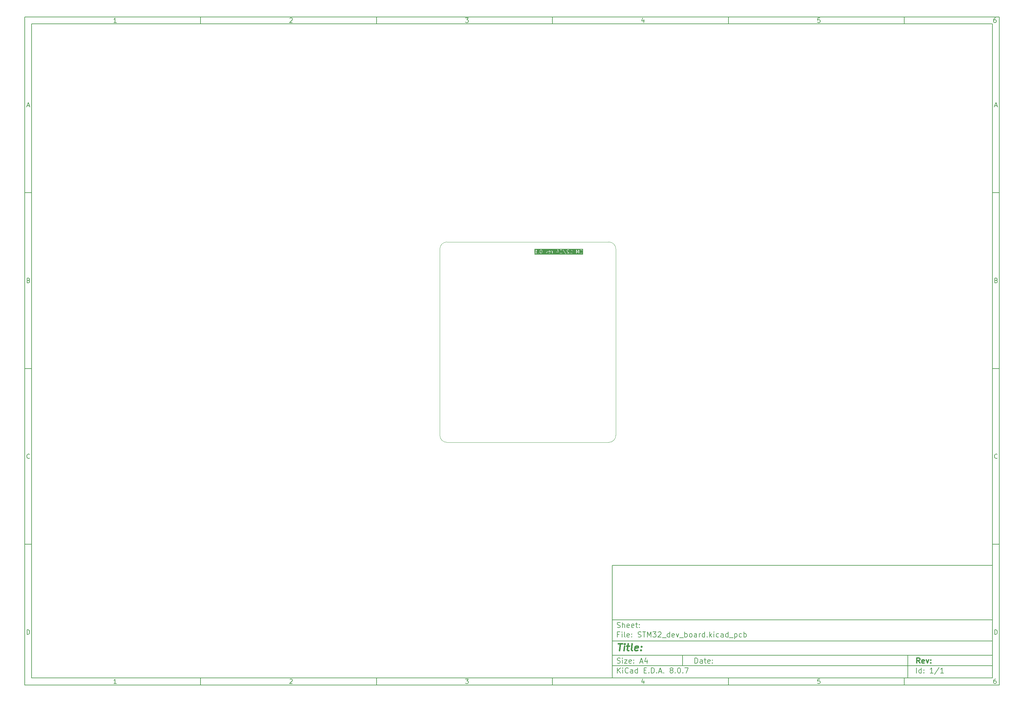
<source format=gbr>
%TF.GenerationSoftware,KiCad,Pcbnew,8.0.7*%
%TF.CreationDate,2025-02-16T19:40:28+01:00*%
%TF.ProjectId,STM32_dev_board,53544d33-325f-4646-9576-5f626f617264,rev?*%
%TF.SameCoordinates,Original*%
%TF.FileFunction,Legend,Bot*%
%TF.FilePolarity,Positive*%
%FSLAX46Y46*%
G04 Gerber Fmt 4.6, Leading zero omitted, Abs format (unit mm)*
G04 Created by KiCad (PCBNEW 8.0.7) date 2025-02-16 19:40:28*
%MOMM*%
%LPD*%
G01*
G04 APERTURE LIST*
%ADD10C,0.100000*%
%ADD11C,0.150000*%
%ADD12C,0.300000*%
%ADD13C,0.400000*%
%TA.AperFunction,Profile*%
%ADD14C,0.050000*%
%TD*%
G04 APERTURE END LIST*
D10*
D11*
X177002200Y-166007200D02*
X285002200Y-166007200D01*
X285002200Y-198007200D01*
X177002200Y-198007200D01*
X177002200Y-166007200D01*
D10*
D11*
X10000000Y-10000000D02*
X287002200Y-10000000D01*
X287002200Y-200007200D01*
X10000000Y-200007200D01*
X10000000Y-10000000D01*
D10*
D11*
X12000000Y-12000000D02*
X285002200Y-12000000D01*
X285002200Y-198007200D01*
X12000000Y-198007200D01*
X12000000Y-12000000D01*
D10*
D11*
X60000000Y-12000000D02*
X60000000Y-10000000D01*
D10*
D11*
X110000000Y-12000000D02*
X110000000Y-10000000D01*
D10*
D11*
X160000000Y-12000000D02*
X160000000Y-10000000D01*
D10*
D11*
X210000000Y-12000000D02*
X210000000Y-10000000D01*
D10*
D11*
X260000000Y-12000000D02*
X260000000Y-10000000D01*
D10*
D11*
X36089160Y-11593604D02*
X35346303Y-11593604D01*
X35717731Y-11593604D02*
X35717731Y-10293604D01*
X35717731Y-10293604D02*
X35593922Y-10479319D01*
X35593922Y-10479319D02*
X35470112Y-10603128D01*
X35470112Y-10603128D02*
X35346303Y-10665033D01*
D10*
D11*
X85346303Y-10417414D02*
X85408207Y-10355509D01*
X85408207Y-10355509D02*
X85532017Y-10293604D01*
X85532017Y-10293604D02*
X85841541Y-10293604D01*
X85841541Y-10293604D02*
X85965350Y-10355509D01*
X85965350Y-10355509D02*
X86027255Y-10417414D01*
X86027255Y-10417414D02*
X86089160Y-10541223D01*
X86089160Y-10541223D02*
X86089160Y-10665033D01*
X86089160Y-10665033D02*
X86027255Y-10850747D01*
X86027255Y-10850747D02*
X85284398Y-11593604D01*
X85284398Y-11593604D02*
X86089160Y-11593604D01*
D10*
D11*
X135284398Y-10293604D02*
X136089160Y-10293604D01*
X136089160Y-10293604D02*
X135655826Y-10788842D01*
X135655826Y-10788842D02*
X135841541Y-10788842D01*
X135841541Y-10788842D02*
X135965350Y-10850747D01*
X135965350Y-10850747D02*
X136027255Y-10912652D01*
X136027255Y-10912652D02*
X136089160Y-11036461D01*
X136089160Y-11036461D02*
X136089160Y-11345985D01*
X136089160Y-11345985D02*
X136027255Y-11469795D01*
X136027255Y-11469795D02*
X135965350Y-11531700D01*
X135965350Y-11531700D02*
X135841541Y-11593604D01*
X135841541Y-11593604D02*
X135470112Y-11593604D01*
X135470112Y-11593604D02*
X135346303Y-11531700D01*
X135346303Y-11531700D02*
X135284398Y-11469795D01*
D10*
D11*
X185965350Y-10726938D02*
X185965350Y-11593604D01*
X185655826Y-10231700D02*
X185346303Y-11160271D01*
X185346303Y-11160271D02*
X186151064Y-11160271D01*
D10*
D11*
X236027255Y-10293604D02*
X235408207Y-10293604D01*
X235408207Y-10293604D02*
X235346303Y-10912652D01*
X235346303Y-10912652D02*
X235408207Y-10850747D01*
X235408207Y-10850747D02*
X235532017Y-10788842D01*
X235532017Y-10788842D02*
X235841541Y-10788842D01*
X235841541Y-10788842D02*
X235965350Y-10850747D01*
X235965350Y-10850747D02*
X236027255Y-10912652D01*
X236027255Y-10912652D02*
X236089160Y-11036461D01*
X236089160Y-11036461D02*
X236089160Y-11345985D01*
X236089160Y-11345985D02*
X236027255Y-11469795D01*
X236027255Y-11469795D02*
X235965350Y-11531700D01*
X235965350Y-11531700D02*
X235841541Y-11593604D01*
X235841541Y-11593604D02*
X235532017Y-11593604D01*
X235532017Y-11593604D02*
X235408207Y-11531700D01*
X235408207Y-11531700D02*
X235346303Y-11469795D01*
D10*
D11*
X285965350Y-10293604D02*
X285717731Y-10293604D01*
X285717731Y-10293604D02*
X285593922Y-10355509D01*
X285593922Y-10355509D02*
X285532017Y-10417414D01*
X285532017Y-10417414D02*
X285408207Y-10603128D01*
X285408207Y-10603128D02*
X285346303Y-10850747D01*
X285346303Y-10850747D02*
X285346303Y-11345985D01*
X285346303Y-11345985D02*
X285408207Y-11469795D01*
X285408207Y-11469795D02*
X285470112Y-11531700D01*
X285470112Y-11531700D02*
X285593922Y-11593604D01*
X285593922Y-11593604D02*
X285841541Y-11593604D01*
X285841541Y-11593604D02*
X285965350Y-11531700D01*
X285965350Y-11531700D02*
X286027255Y-11469795D01*
X286027255Y-11469795D02*
X286089160Y-11345985D01*
X286089160Y-11345985D02*
X286089160Y-11036461D01*
X286089160Y-11036461D02*
X286027255Y-10912652D01*
X286027255Y-10912652D02*
X285965350Y-10850747D01*
X285965350Y-10850747D02*
X285841541Y-10788842D01*
X285841541Y-10788842D02*
X285593922Y-10788842D01*
X285593922Y-10788842D02*
X285470112Y-10850747D01*
X285470112Y-10850747D02*
X285408207Y-10912652D01*
X285408207Y-10912652D02*
X285346303Y-11036461D01*
D10*
D11*
X60000000Y-198007200D02*
X60000000Y-200007200D01*
D10*
D11*
X110000000Y-198007200D02*
X110000000Y-200007200D01*
D10*
D11*
X160000000Y-198007200D02*
X160000000Y-200007200D01*
D10*
D11*
X210000000Y-198007200D02*
X210000000Y-200007200D01*
D10*
D11*
X260000000Y-198007200D02*
X260000000Y-200007200D01*
D10*
D11*
X36089160Y-199600804D02*
X35346303Y-199600804D01*
X35717731Y-199600804D02*
X35717731Y-198300804D01*
X35717731Y-198300804D02*
X35593922Y-198486519D01*
X35593922Y-198486519D02*
X35470112Y-198610328D01*
X35470112Y-198610328D02*
X35346303Y-198672233D01*
D10*
D11*
X85346303Y-198424614D02*
X85408207Y-198362709D01*
X85408207Y-198362709D02*
X85532017Y-198300804D01*
X85532017Y-198300804D02*
X85841541Y-198300804D01*
X85841541Y-198300804D02*
X85965350Y-198362709D01*
X85965350Y-198362709D02*
X86027255Y-198424614D01*
X86027255Y-198424614D02*
X86089160Y-198548423D01*
X86089160Y-198548423D02*
X86089160Y-198672233D01*
X86089160Y-198672233D02*
X86027255Y-198857947D01*
X86027255Y-198857947D02*
X85284398Y-199600804D01*
X85284398Y-199600804D02*
X86089160Y-199600804D01*
D10*
D11*
X135284398Y-198300804D02*
X136089160Y-198300804D01*
X136089160Y-198300804D02*
X135655826Y-198796042D01*
X135655826Y-198796042D02*
X135841541Y-198796042D01*
X135841541Y-198796042D02*
X135965350Y-198857947D01*
X135965350Y-198857947D02*
X136027255Y-198919852D01*
X136027255Y-198919852D02*
X136089160Y-199043661D01*
X136089160Y-199043661D02*
X136089160Y-199353185D01*
X136089160Y-199353185D02*
X136027255Y-199476995D01*
X136027255Y-199476995D02*
X135965350Y-199538900D01*
X135965350Y-199538900D02*
X135841541Y-199600804D01*
X135841541Y-199600804D02*
X135470112Y-199600804D01*
X135470112Y-199600804D02*
X135346303Y-199538900D01*
X135346303Y-199538900D02*
X135284398Y-199476995D01*
D10*
D11*
X185965350Y-198734138D02*
X185965350Y-199600804D01*
X185655826Y-198238900D02*
X185346303Y-199167471D01*
X185346303Y-199167471D02*
X186151064Y-199167471D01*
D10*
D11*
X236027255Y-198300804D02*
X235408207Y-198300804D01*
X235408207Y-198300804D02*
X235346303Y-198919852D01*
X235346303Y-198919852D02*
X235408207Y-198857947D01*
X235408207Y-198857947D02*
X235532017Y-198796042D01*
X235532017Y-198796042D02*
X235841541Y-198796042D01*
X235841541Y-198796042D02*
X235965350Y-198857947D01*
X235965350Y-198857947D02*
X236027255Y-198919852D01*
X236027255Y-198919852D02*
X236089160Y-199043661D01*
X236089160Y-199043661D02*
X236089160Y-199353185D01*
X236089160Y-199353185D02*
X236027255Y-199476995D01*
X236027255Y-199476995D02*
X235965350Y-199538900D01*
X235965350Y-199538900D02*
X235841541Y-199600804D01*
X235841541Y-199600804D02*
X235532017Y-199600804D01*
X235532017Y-199600804D02*
X235408207Y-199538900D01*
X235408207Y-199538900D02*
X235346303Y-199476995D01*
D10*
D11*
X285965350Y-198300804D02*
X285717731Y-198300804D01*
X285717731Y-198300804D02*
X285593922Y-198362709D01*
X285593922Y-198362709D02*
X285532017Y-198424614D01*
X285532017Y-198424614D02*
X285408207Y-198610328D01*
X285408207Y-198610328D02*
X285346303Y-198857947D01*
X285346303Y-198857947D02*
X285346303Y-199353185D01*
X285346303Y-199353185D02*
X285408207Y-199476995D01*
X285408207Y-199476995D02*
X285470112Y-199538900D01*
X285470112Y-199538900D02*
X285593922Y-199600804D01*
X285593922Y-199600804D02*
X285841541Y-199600804D01*
X285841541Y-199600804D02*
X285965350Y-199538900D01*
X285965350Y-199538900D02*
X286027255Y-199476995D01*
X286027255Y-199476995D02*
X286089160Y-199353185D01*
X286089160Y-199353185D02*
X286089160Y-199043661D01*
X286089160Y-199043661D02*
X286027255Y-198919852D01*
X286027255Y-198919852D02*
X285965350Y-198857947D01*
X285965350Y-198857947D02*
X285841541Y-198796042D01*
X285841541Y-198796042D02*
X285593922Y-198796042D01*
X285593922Y-198796042D02*
X285470112Y-198857947D01*
X285470112Y-198857947D02*
X285408207Y-198919852D01*
X285408207Y-198919852D02*
X285346303Y-199043661D01*
D10*
D11*
X10000000Y-60000000D02*
X12000000Y-60000000D01*
D10*
D11*
X10000000Y-110000000D02*
X12000000Y-110000000D01*
D10*
D11*
X10000000Y-160000000D02*
X12000000Y-160000000D01*
D10*
D11*
X10690476Y-35222176D02*
X11309523Y-35222176D01*
X10566666Y-35593604D02*
X10999999Y-34293604D01*
X10999999Y-34293604D02*
X11433333Y-35593604D01*
D10*
D11*
X11092857Y-84912652D02*
X11278571Y-84974557D01*
X11278571Y-84974557D02*
X11340476Y-85036461D01*
X11340476Y-85036461D02*
X11402380Y-85160271D01*
X11402380Y-85160271D02*
X11402380Y-85345985D01*
X11402380Y-85345985D02*
X11340476Y-85469795D01*
X11340476Y-85469795D02*
X11278571Y-85531700D01*
X11278571Y-85531700D02*
X11154761Y-85593604D01*
X11154761Y-85593604D02*
X10659523Y-85593604D01*
X10659523Y-85593604D02*
X10659523Y-84293604D01*
X10659523Y-84293604D02*
X11092857Y-84293604D01*
X11092857Y-84293604D02*
X11216666Y-84355509D01*
X11216666Y-84355509D02*
X11278571Y-84417414D01*
X11278571Y-84417414D02*
X11340476Y-84541223D01*
X11340476Y-84541223D02*
X11340476Y-84665033D01*
X11340476Y-84665033D02*
X11278571Y-84788842D01*
X11278571Y-84788842D02*
X11216666Y-84850747D01*
X11216666Y-84850747D02*
X11092857Y-84912652D01*
X11092857Y-84912652D02*
X10659523Y-84912652D01*
D10*
D11*
X11402380Y-135469795D02*
X11340476Y-135531700D01*
X11340476Y-135531700D02*
X11154761Y-135593604D01*
X11154761Y-135593604D02*
X11030952Y-135593604D01*
X11030952Y-135593604D02*
X10845238Y-135531700D01*
X10845238Y-135531700D02*
X10721428Y-135407890D01*
X10721428Y-135407890D02*
X10659523Y-135284080D01*
X10659523Y-135284080D02*
X10597619Y-135036461D01*
X10597619Y-135036461D02*
X10597619Y-134850747D01*
X10597619Y-134850747D02*
X10659523Y-134603128D01*
X10659523Y-134603128D02*
X10721428Y-134479319D01*
X10721428Y-134479319D02*
X10845238Y-134355509D01*
X10845238Y-134355509D02*
X11030952Y-134293604D01*
X11030952Y-134293604D02*
X11154761Y-134293604D01*
X11154761Y-134293604D02*
X11340476Y-134355509D01*
X11340476Y-134355509D02*
X11402380Y-134417414D01*
D10*
D11*
X10659523Y-185593604D02*
X10659523Y-184293604D01*
X10659523Y-184293604D02*
X10969047Y-184293604D01*
X10969047Y-184293604D02*
X11154761Y-184355509D01*
X11154761Y-184355509D02*
X11278571Y-184479319D01*
X11278571Y-184479319D02*
X11340476Y-184603128D01*
X11340476Y-184603128D02*
X11402380Y-184850747D01*
X11402380Y-184850747D02*
X11402380Y-185036461D01*
X11402380Y-185036461D02*
X11340476Y-185284080D01*
X11340476Y-185284080D02*
X11278571Y-185407890D01*
X11278571Y-185407890D02*
X11154761Y-185531700D01*
X11154761Y-185531700D02*
X10969047Y-185593604D01*
X10969047Y-185593604D02*
X10659523Y-185593604D01*
D10*
D11*
X287002200Y-60000000D02*
X285002200Y-60000000D01*
D10*
D11*
X287002200Y-110000000D02*
X285002200Y-110000000D01*
D10*
D11*
X287002200Y-160000000D02*
X285002200Y-160000000D01*
D10*
D11*
X285692676Y-35222176D02*
X286311723Y-35222176D01*
X285568866Y-35593604D02*
X286002199Y-34293604D01*
X286002199Y-34293604D02*
X286435533Y-35593604D01*
D10*
D11*
X286095057Y-84912652D02*
X286280771Y-84974557D01*
X286280771Y-84974557D02*
X286342676Y-85036461D01*
X286342676Y-85036461D02*
X286404580Y-85160271D01*
X286404580Y-85160271D02*
X286404580Y-85345985D01*
X286404580Y-85345985D02*
X286342676Y-85469795D01*
X286342676Y-85469795D02*
X286280771Y-85531700D01*
X286280771Y-85531700D02*
X286156961Y-85593604D01*
X286156961Y-85593604D02*
X285661723Y-85593604D01*
X285661723Y-85593604D02*
X285661723Y-84293604D01*
X285661723Y-84293604D02*
X286095057Y-84293604D01*
X286095057Y-84293604D02*
X286218866Y-84355509D01*
X286218866Y-84355509D02*
X286280771Y-84417414D01*
X286280771Y-84417414D02*
X286342676Y-84541223D01*
X286342676Y-84541223D02*
X286342676Y-84665033D01*
X286342676Y-84665033D02*
X286280771Y-84788842D01*
X286280771Y-84788842D02*
X286218866Y-84850747D01*
X286218866Y-84850747D02*
X286095057Y-84912652D01*
X286095057Y-84912652D02*
X285661723Y-84912652D01*
D10*
D11*
X286404580Y-135469795D02*
X286342676Y-135531700D01*
X286342676Y-135531700D02*
X286156961Y-135593604D01*
X286156961Y-135593604D02*
X286033152Y-135593604D01*
X286033152Y-135593604D02*
X285847438Y-135531700D01*
X285847438Y-135531700D02*
X285723628Y-135407890D01*
X285723628Y-135407890D02*
X285661723Y-135284080D01*
X285661723Y-135284080D02*
X285599819Y-135036461D01*
X285599819Y-135036461D02*
X285599819Y-134850747D01*
X285599819Y-134850747D02*
X285661723Y-134603128D01*
X285661723Y-134603128D02*
X285723628Y-134479319D01*
X285723628Y-134479319D02*
X285847438Y-134355509D01*
X285847438Y-134355509D02*
X286033152Y-134293604D01*
X286033152Y-134293604D02*
X286156961Y-134293604D01*
X286156961Y-134293604D02*
X286342676Y-134355509D01*
X286342676Y-134355509D02*
X286404580Y-134417414D01*
D10*
D11*
X285661723Y-185593604D02*
X285661723Y-184293604D01*
X285661723Y-184293604D02*
X285971247Y-184293604D01*
X285971247Y-184293604D02*
X286156961Y-184355509D01*
X286156961Y-184355509D02*
X286280771Y-184479319D01*
X286280771Y-184479319D02*
X286342676Y-184603128D01*
X286342676Y-184603128D02*
X286404580Y-184850747D01*
X286404580Y-184850747D02*
X286404580Y-185036461D01*
X286404580Y-185036461D02*
X286342676Y-185284080D01*
X286342676Y-185284080D02*
X286280771Y-185407890D01*
X286280771Y-185407890D02*
X286156961Y-185531700D01*
X286156961Y-185531700D02*
X285971247Y-185593604D01*
X285971247Y-185593604D02*
X285661723Y-185593604D01*
D10*
D11*
X200458026Y-193793328D02*
X200458026Y-192293328D01*
X200458026Y-192293328D02*
X200815169Y-192293328D01*
X200815169Y-192293328D02*
X201029455Y-192364757D01*
X201029455Y-192364757D02*
X201172312Y-192507614D01*
X201172312Y-192507614D02*
X201243741Y-192650471D01*
X201243741Y-192650471D02*
X201315169Y-192936185D01*
X201315169Y-192936185D02*
X201315169Y-193150471D01*
X201315169Y-193150471D02*
X201243741Y-193436185D01*
X201243741Y-193436185D02*
X201172312Y-193579042D01*
X201172312Y-193579042D02*
X201029455Y-193721900D01*
X201029455Y-193721900D02*
X200815169Y-193793328D01*
X200815169Y-193793328D02*
X200458026Y-193793328D01*
X202600884Y-193793328D02*
X202600884Y-193007614D01*
X202600884Y-193007614D02*
X202529455Y-192864757D01*
X202529455Y-192864757D02*
X202386598Y-192793328D01*
X202386598Y-192793328D02*
X202100884Y-192793328D01*
X202100884Y-192793328D02*
X201958026Y-192864757D01*
X202600884Y-193721900D02*
X202458026Y-193793328D01*
X202458026Y-193793328D02*
X202100884Y-193793328D01*
X202100884Y-193793328D02*
X201958026Y-193721900D01*
X201958026Y-193721900D02*
X201886598Y-193579042D01*
X201886598Y-193579042D02*
X201886598Y-193436185D01*
X201886598Y-193436185D02*
X201958026Y-193293328D01*
X201958026Y-193293328D02*
X202100884Y-193221900D01*
X202100884Y-193221900D02*
X202458026Y-193221900D01*
X202458026Y-193221900D02*
X202600884Y-193150471D01*
X203100884Y-192793328D02*
X203672312Y-192793328D01*
X203315169Y-192293328D02*
X203315169Y-193579042D01*
X203315169Y-193579042D02*
X203386598Y-193721900D01*
X203386598Y-193721900D02*
X203529455Y-193793328D01*
X203529455Y-193793328D02*
X203672312Y-193793328D01*
X204743741Y-193721900D02*
X204600884Y-193793328D01*
X204600884Y-193793328D02*
X204315170Y-193793328D01*
X204315170Y-193793328D02*
X204172312Y-193721900D01*
X204172312Y-193721900D02*
X204100884Y-193579042D01*
X204100884Y-193579042D02*
X204100884Y-193007614D01*
X204100884Y-193007614D02*
X204172312Y-192864757D01*
X204172312Y-192864757D02*
X204315170Y-192793328D01*
X204315170Y-192793328D02*
X204600884Y-192793328D01*
X204600884Y-192793328D02*
X204743741Y-192864757D01*
X204743741Y-192864757D02*
X204815170Y-193007614D01*
X204815170Y-193007614D02*
X204815170Y-193150471D01*
X204815170Y-193150471D02*
X204100884Y-193293328D01*
X205458026Y-193650471D02*
X205529455Y-193721900D01*
X205529455Y-193721900D02*
X205458026Y-193793328D01*
X205458026Y-193793328D02*
X205386598Y-193721900D01*
X205386598Y-193721900D02*
X205458026Y-193650471D01*
X205458026Y-193650471D02*
X205458026Y-193793328D01*
X205458026Y-192864757D02*
X205529455Y-192936185D01*
X205529455Y-192936185D02*
X205458026Y-193007614D01*
X205458026Y-193007614D02*
X205386598Y-192936185D01*
X205386598Y-192936185D02*
X205458026Y-192864757D01*
X205458026Y-192864757D02*
X205458026Y-193007614D01*
D10*
D11*
X177002200Y-194507200D02*
X285002200Y-194507200D01*
D10*
D11*
X178458026Y-196593328D02*
X178458026Y-195093328D01*
X179315169Y-196593328D02*
X178672312Y-195736185D01*
X179315169Y-195093328D02*
X178458026Y-195950471D01*
X179958026Y-196593328D02*
X179958026Y-195593328D01*
X179958026Y-195093328D02*
X179886598Y-195164757D01*
X179886598Y-195164757D02*
X179958026Y-195236185D01*
X179958026Y-195236185D02*
X180029455Y-195164757D01*
X180029455Y-195164757D02*
X179958026Y-195093328D01*
X179958026Y-195093328D02*
X179958026Y-195236185D01*
X181529455Y-196450471D02*
X181458027Y-196521900D01*
X181458027Y-196521900D02*
X181243741Y-196593328D01*
X181243741Y-196593328D02*
X181100884Y-196593328D01*
X181100884Y-196593328D02*
X180886598Y-196521900D01*
X180886598Y-196521900D02*
X180743741Y-196379042D01*
X180743741Y-196379042D02*
X180672312Y-196236185D01*
X180672312Y-196236185D02*
X180600884Y-195950471D01*
X180600884Y-195950471D02*
X180600884Y-195736185D01*
X180600884Y-195736185D02*
X180672312Y-195450471D01*
X180672312Y-195450471D02*
X180743741Y-195307614D01*
X180743741Y-195307614D02*
X180886598Y-195164757D01*
X180886598Y-195164757D02*
X181100884Y-195093328D01*
X181100884Y-195093328D02*
X181243741Y-195093328D01*
X181243741Y-195093328D02*
X181458027Y-195164757D01*
X181458027Y-195164757D02*
X181529455Y-195236185D01*
X182815170Y-196593328D02*
X182815170Y-195807614D01*
X182815170Y-195807614D02*
X182743741Y-195664757D01*
X182743741Y-195664757D02*
X182600884Y-195593328D01*
X182600884Y-195593328D02*
X182315170Y-195593328D01*
X182315170Y-195593328D02*
X182172312Y-195664757D01*
X182815170Y-196521900D02*
X182672312Y-196593328D01*
X182672312Y-196593328D02*
X182315170Y-196593328D01*
X182315170Y-196593328D02*
X182172312Y-196521900D01*
X182172312Y-196521900D02*
X182100884Y-196379042D01*
X182100884Y-196379042D02*
X182100884Y-196236185D01*
X182100884Y-196236185D02*
X182172312Y-196093328D01*
X182172312Y-196093328D02*
X182315170Y-196021900D01*
X182315170Y-196021900D02*
X182672312Y-196021900D01*
X182672312Y-196021900D02*
X182815170Y-195950471D01*
X184172313Y-196593328D02*
X184172313Y-195093328D01*
X184172313Y-196521900D02*
X184029455Y-196593328D01*
X184029455Y-196593328D02*
X183743741Y-196593328D01*
X183743741Y-196593328D02*
X183600884Y-196521900D01*
X183600884Y-196521900D02*
X183529455Y-196450471D01*
X183529455Y-196450471D02*
X183458027Y-196307614D01*
X183458027Y-196307614D02*
X183458027Y-195879042D01*
X183458027Y-195879042D02*
X183529455Y-195736185D01*
X183529455Y-195736185D02*
X183600884Y-195664757D01*
X183600884Y-195664757D02*
X183743741Y-195593328D01*
X183743741Y-195593328D02*
X184029455Y-195593328D01*
X184029455Y-195593328D02*
X184172313Y-195664757D01*
X186029455Y-195807614D02*
X186529455Y-195807614D01*
X186743741Y-196593328D02*
X186029455Y-196593328D01*
X186029455Y-196593328D02*
X186029455Y-195093328D01*
X186029455Y-195093328D02*
X186743741Y-195093328D01*
X187386598Y-196450471D02*
X187458027Y-196521900D01*
X187458027Y-196521900D02*
X187386598Y-196593328D01*
X187386598Y-196593328D02*
X187315170Y-196521900D01*
X187315170Y-196521900D02*
X187386598Y-196450471D01*
X187386598Y-196450471D02*
X187386598Y-196593328D01*
X188100884Y-196593328D02*
X188100884Y-195093328D01*
X188100884Y-195093328D02*
X188458027Y-195093328D01*
X188458027Y-195093328D02*
X188672313Y-195164757D01*
X188672313Y-195164757D02*
X188815170Y-195307614D01*
X188815170Y-195307614D02*
X188886599Y-195450471D01*
X188886599Y-195450471D02*
X188958027Y-195736185D01*
X188958027Y-195736185D02*
X188958027Y-195950471D01*
X188958027Y-195950471D02*
X188886599Y-196236185D01*
X188886599Y-196236185D02*
X188815170Y-196379042D01*
X188815170Y-196379042D02*
X188672313Y-196521900D01*
X188672313Y-196521900D02*
X188458027Y-196593328D01*
X188458027Y-196593328D02*
X188100884Y-196593328D01*
X189600884Y-196450471D02*
X189672313Y-196521900D01*
X189672313Y-196521900D02*
X189600884Y-196593328D01*
X189600884Y-196593328D02*
X189529456Y-196521900D01*
X189529456Y-196521900D02*
X189600884Y-196450471D01*
X189600884Y-196450471D02*
X189600884Y-196593328D01*
X190243742Y-196164757D02*
X190958028Y-196164757D01*
X190100885Y-196593328D02*
X190600885Y-195093328D01*
X190600885Y-195093328D02*
X191100885Y-196593328D01*
X191600884Y-196450471D02*
X191672313Y-196521900D01*
X191672313Y-196521900D02*
X191600884Y-196593328D01*
X191600884Y-196593328D02*
X191529456Y-196521900D01*
X191529456Y-196521900D02*
X191600884Y-196450471D01*
X191600884Y-196450471D02*
X191600884Y-196593328D01*
X193672313Y-195736185D02*
X193529456Y-195664757D01*
X193529456Y-195664757D02*
X193458027Y-195593328D01*
X193458027Y-195593328D02*
X193386599Y-195450471D01*
X193386599Y-195450471D02*
X193386599Y-195379042D01*
X193386599Y-195379042D02*
X193458027Y-195236185D01*
X193458027Y-195236185D02*
X193529456Y-195164757D01*
X193529456Y-195164757D02*
X193672313Y-195093328D01*
X193672313Y-195093328D02*
X193958027Y-195093328D01*
X193958027Y-195093328D02*
X194100885Y-195164757D01*
X194100885Y-195164757D02*
X194172313Y-195236185D01*
X194172313Y-195236185D02*
X194243742Y-195379042D01*
X194243742Y-195379042D02*
X194243742Y-195450471D01*
X194243742Y-195450471D02*
X194172313Y-195593328D01*
X194172313Y-195593328D02*
X194100885Y-195664757D01*
X194100885Y-195664757D02*
X193958027Y-195736185D01*
X193958027Y-195736185D02*
X193672313Y-195736185D01*
X193672313Y-195736185D02*
X193529456Y-195807614D01*
X193529456Y-195807614D02*
X193458027Y-195879042D01*
X193458027Y-195879042D02*
X193386599Y-196021900D01*
X193386599Y-196021900D02*
X193386599Y-196307614D01*
X193386599Y-196307614D02*
X193458027Y-196450471D01*
X193458027Y-196450471D02*
X193529456Y-196521900D01*
X193529456Y-196521900D02*
X193672313Y-196593328D01*
X193672313Y-196593328D02*
X193958027Y-196593328D01*
X193958027Y-196593328D02*
X194100885Y-196521900D01*
X194100885Y-196521900D02*
X194172313Y-196450471D01*
X194172313Y-196450471D02*
X194243742Y-196307614D01*
X194243742Y-196307614D02*
X194243742Y-196021900D01*
X194243742Y-196021900D02*
X194172313Y-195879042D01*
X194172313Y-195879042D02*
X194100885Y-195807614D01*
X194100885Y-195807614D02*
X193958027Y-195736185D01*
X194886598Y-196450471D02*
X194958027Y-196521900D01*
X194958027Y-196521900D02*
X194886598Y-196593328D01*
X194886598Y-196593328D02*
X194815170Y-196521900D01*
X194815170Y-196521900D02*
X194886598Y-196450471D01*
X194886598Y-196450471D02*
X194886598Y-196593328D01*
X195886599Y-195093328D02*
X196029456Y-195093328D01*
X196029456Y-195093328D02*
X196172313Y-195164757D01*
X196172313Y-195164757D02*
X196243742Y-195236185D01*
X196243742Y-195236185D02*
X196315170Y-195379042D01*
X196315170Y-195379042D02*
X196386599Y-195664757D01*
X196386599Y-195664757D02*
X196386599Y-196021900D01*
X196386599Y-196021900D02*
X196315170Y-196307614D01*
X196315170Y-196307614D02*
X196243742Y-196450471D01*
X196243742Y-196450471D02*
X196172313Y-196521900D01*
X196172313Y-196521900D02*
X196029456Y-196593328D01*
X196029456Y-196593328D02*
X195886599Y-196593328D01*
X195886599Y-196593328D02*
X195743742Y-196521900D01*
X195743742Y-196521900D02*
X195672313Y-196450471D01*
X195672313Y-196450471D02*
X195600884Y-196307614D01*
X195600884Y-196307614D02*
X195529456Y-196021900D01*
X195529456Y-196021900D02*
X195529456Y-195664757D01*
X195529456Y-195664757D02*
X195600884Y-195379042D01*
X195600884Y-195379042D02*
X195672313Y-195236185D01*
X195672313Y-195236185D02*
X195743742Y-195164757D01*
X195743742Y-195164757D02*
X195886599Y-195093328D01*
X197029455Y-196450471D02*
X197100884Y-196521900D01*
X197100884Y-196521900D02*
X197029455Y-196593328D01*
X197029455Y-196593328D02*
X196958027Y-196521900D01*
X196958027Y-196521900D02*
X197029455Y-196450471D01*
X197029455Y-196450471D02*
X197029455Y-196593328D01*
X197600884Y-195093328D02*
X198600884Y-195093328D01*
X198600884Y-195093328D02*
X197958027Y-196593328D01*
D10*
D11*
X177002200Y-191507200D02*
X285002200Y-191507200D01*
D10*
D12*
X264413853Y-193785528D02*
X263913853Y-193071242D01*
X263556710Y-193785528D02*
X263556710Y-192285528D01*
X263556710Y-192285528D02*
X264128139Y-192285528D01*
X264128139Y-192285528D02*
X264270996Y-192356957D01*
X264270996Y-192356957D02*
X264342425Y-192428385D01*
X264342425Y-192428385D02*
X264413853Y-192571242D01*
X264413853Y-192571242D02*
X264413853Y-192785528D01*
X264413853Y-192785528D02*
X264342425Y-192928385D01*
X264342425Y-192928385D02*
X264270996Y-192999814D01*
X264270996Y-192999814D02*
X264128139Y-193071242D01*
X264128139Y-193071242D02*
X263556710Y-193071242D01*
X265628139Y-193714100D02*
X265485282Y-193785528D01*
X265485282Y-193785528D02*
X265199568Y-193785528D01*
X265199568Y-193785528D02*
X265056710Y-193714100D01*
X265056710Y-193714100D02*
X264985282Y-193571242D01*
X264985282Y-193571242D02*
X264985282Y-192999814D01*
X264985282Y-192999814D02*
X265056710Y-192856957D01*
X265056710Y-192856957D02*
X265199568Y-192785528D01*
X265199568Y-192785528D02*
X265485282Y-192785528D01*
X265485282Y-192785528D02*
X265628139Y-192856957D01*
X265628139Y-192856957D02*
X265699568Y-192999814D01*
X265699568Y-192999814D02*
X265699568Y-193142671D01*
X265699568Y-193142671D02*
X264985282Y-193285528D01*
X266199567Y-192785528D02*
X266556710Y-193785528D01*
X266556710Y-193785528D02*
X266913853Y-192785528D01*
X267485281Y-193642671D02*
X267556710Y-193714100D01*
X267556710Y-193714100D02*
X267485281Y-193785528D01*
X267485281Y-193785528D02*
X267413853Y-193714100D01*
X267413853Y-193714100D02*
X267485281Y-193642671D01*
X267485281Y-193642671D02*
X267485281Y-193785528D01*
X267485281Y-192856957D02*
X267556710Y-192928385D01*
X267556710Y-192928385D02*
X267485281Y-192999814D01*
X267485281Y-192999814D02*
X267413853Y-192928385D01*
X267413853Y-192928385D02*
X267485281Y-192856957D01*
X267485281Y-192856957D02*
X267485281Y-192999814D01*
D10*
D11*
X178386598Y-193721900D02*
X178600884Y-193793328D01*
X178600884Y-193793328D02*
X178958026Y-193793328D01*
X178958026Y-193793328D02*
X179100884Y-193721900D01*
X179100884Y-193721900D02*
X179172312Y-193650471D01*
X179172312Y-193650471D02*
X179243741Y-193507614D01*
X179243741Y-193507614D02*
X179243741Y-193364757D01*
X179243741Y-193364757D02*
X179172312Y-193221900D01*
X179172312Y-193221900D02*
X179100884Y-193150471D01*
X179100884Y-193150471D02*
X178958026Y-193079042D01*
X178958026Y-193079042D02*
X178672312Y-193007614D01*
X178672312Y-193007614D02*
X178529455Y-192936185D01*
X178529455Y-192936185D02*
X178458026Y-192864757D01*
X178458026Y-192864757D02*
X178386598Y-192721900D01*
X178386598Y-192721900D02*
X178386598Y-192579042D01*
X178386598Y-192579042D02*
X178458026Y-192436185D01*
X178458026Y-192436185D02*
X178529455Y-192364757D01*
X178529455Y-192364757D02*
X178672312Y-192293328D01*
X178672312Y-192293328D02*
X179029455Y-192293328D01*
X179029455Y-192293328D02*
X179243741Y-192364757D01*
X179886597Y-193793328D02*
X179886597Y-192793328D01*
X179886597Y-192293328D02*
X179815169Y-192364757D01*
X179815169Y-192364757D02*
X179886597Y-192436185D01*
X179886597Y-192436185D02*
X179958026Y-192364757D01*
X179958026Y-192364757D02*
X179886597Y-192293328D01*
X179886597Y-192293328D02*
X179886597Y-192436185D01*
X180458026Y-192793328D02*
X181243741Y-192793328D01*
X181243741Y-192793328D02*
X180458026Y-193793328D01*
X180458026Y-193793328D02*
X181243741Y-193793328D01*
X182386598Y-193721900D02*
X182243741Y-193793328D01*
X182243741Y-193793328D02*
X181958027Y-193793328D01*
X181958027Y-193793328D02*
X181815169Y-193721900D01*
X181815169Y-193721900D02*
X181743741Y-193579042D01*
X181743741Y-193579042D02*
X181743741Y-193007614D01*
X181743741Y-193007614D02*
X181815169Y-192864757D01*
X181815169Y-192864757D02*
X181958027Y-192793328D01*
X181958027Y-192793328D02*
X182243741Y-192793328D01*
X182243741Y-192793328D02*
X182386598Y-192864757D01*
X182386598Y-192864757D02*
X182458027Y-193007614D01*
X182458027Y-193007614D02*
X182458027Y-193150471D01*
X182458027Y-193150471D02*
X181743741Y-193293328D01*
X183100883Y-193650471D02*
X183172312Y-193721900D01*
X183172312Y-193721900D02*
X183100883Y-193793328D01*
X183100883Y-193793328D02*
X183029455Y-193721900D01*
X183029455Y-193721900D02*
X183100883Y-193650471D01*
X183100883Y-193650471D02*
X183100883Y-193793328D01*
X183100883Y-192864757D02*
X183172312Y-192936185D01*
X183172312Y-192936185D02*
X183100883Y-193007614D01*
X183100883Y-193007614D02*
X183029455Y-192936185D01*
X183029455Y-192936185D02*
X183100883Y-192864757D01*
X183100883Y-192864757D02*
X183100883Y-193007614D01*
X184886598Y-193364757D02*
X185600884Y-193364757D01*
X184743741Y-193793328D02*
X185243741Y-192293328D01*
X185243741Y-192293328D02*
X185743741Y-193793328D01*
X186886598Y-192793328D02*
X186886598Y-193793328D01*
X186529455Y-192221900D02*
X186172312Y-193293328D01*
X186172312Y-193293328D02*
X187100883Y-193293328D01*
D10*
D11*
X263458026Y-196593328D02*
X263458026Y-195093328D01*
X264815170Y-196593328D02*
X264815170Y-195093328D01*
X264815170Y-196521900D02*
X264672312Y-196593328D01*
X264672312Y-196593328D02*
X264386598Y-196593328D01*
X264386598Y-196593328D02*
X264243741Y-196521900D01*
X264243741Y-196521900D02*
X264172312Y-196450471D01*
X264172312Y-196450471D02*
X264100884Y-196307614D01*
X264100884Y-196307614D02*
X264100884Y-195879042D01*
X264100884Y-195879042D02*
X264172312Y-195736185D01*
X264172312Y-195736185D02*
X264243741Y-195664757D01*
X264243741Y-195664757D02*
X264386598Y-195593328D01*
X264386598Y-195593328D02*
X264672312Y-195593328D01*
X264672312Y-195593328D02*
X264815170Y-195664757D01*
X265529455Y-196450471D02*
X265600884Y-196521900D01*
X265600884Y-196521900D02*
X265529455Y-196593328D01*
X265529455Y-196593328D02*
X265458027Y-196521900D01*
X265458027Y-196521900D02*
X265529455Y-196450471D01*
X265529455Y-196450471D02*
X265529455Y-196593328D01*
X265529455Y-195664757D02*
X265600884Y-195736185D01*
X265600884Y-195736185D02*
X265529455Y-195807614D01*
X265529455Y-195807614D02*
X265458027Y-195736185D01*
X265458027Y-195736185D02*
X265529455Y-195664757D01*
X265529455Y-195664757D02*
X265529455Y-195807614D01*
X268172313Y-196593328D02*
X267315170Y-196593328D01*
X267743741Y-196593328D02*
X267743741Y-195093328D01*
X267743741Y-195093328D02*
X267600884Y-195307614D01*
X267600884Y-195307614D02*
X267458027Y-195450471D01*
X267458027Y-195450471D02*
X267315170Y-195521900D01*
X269886598Y-195021900D02*
X268600884Y-196950471D01*
X271172313Y-196593328D02*
X270315170Y-196593328D01*
X270743741Y-196593328D02*
X270743741Y-195093328D01*
X270743741Y-195093328D02*
X270600884Y-195307614D01*
X270600884Y-195307614D02*
X270458027Y-195450471D01*
X270458027Y-195450471D02*
X270315170Y-195521900D01*
D10*
D11*
X177002200Y-187507200D02*
X285002200Y-187507200D01*
D10*
D13*
X178693928Y-188211638D02*
X179836785Y-188211638D01*
X179015357Y-190211638D02*
X179265357Y-188211638D01*
X180253452Y-190211638D02*
X180420119Y-188878304D01*
X180503452Y-188211638D02*
X180396309Y-188306876D01*
X180396309Y-188306876D02*
X180479643Y-188402114D01*
X180479643Y-188402114D02*
X180586786Y-188306876D01*
X180586786Y-188306876D02*
X180503452Y-188211638D01*
X180503452Y-188211638D02*
X180479643Y-188402114D01*
X181086786Y-188878304D02*
X181848690Y-188878304D01*
X181455833Y-188211638D02*
X181241548Y-189925923D01*
X181241548Y-189925923D02*
X181312976Y-190116400D01*
X181312976Y-190116400D02*
X181491548Y-190211638D01*
X181491548Y-190211638D02*
X181682024Y-190211638D01*
X182634405Y-190211638D02*
X182455833Y-190116400D01*
X182455833Y-190116400D02*
X182384405Y-189925923D01*
X182384405Y-189925923D02*
X182598690Y-188211638D01*
X184170119Y-190116400D02*
X183967738Y-190211638D01*
X183967738Y-190211638D02*
X183586785Y-190211638D01*
X183586785Y-190211638D02*
X183408214Y-190116400D01*
X183408214Y-190116400D02*
X183336785Y-189925923D01*
X183336785Y-189925923D02*
X183432024Y-189164019D01*
X183432024Y-189164019D02*
X183551071Y-188973542D01*
X183551071Y-188973542D02*
X183753452Y-188878304D01*
X183753452Y-188878304D02*
X184134404Y-188878304D01*
X184134404Y-188878304D02*
X184312976Y-188973542D01*
X184312976Y-188973542D02*
X184384404Y-189164019D01*
X184384404Y-189164019D02*
X184360595Y-189354495D01*
X184360595Y-189354495D02*
X183384404Y-189544971D01*
X185134405Y-190021161D02*
X185217738Y-190116400D01*
X185217738Y-190116400D02*
X185110595Y-190211638D01*
X185110595Y-190211638D02*
X185027262Y-190116400D01*
X185027262Y-190116400D02*
X185134405Y-190021161D01*
X185134405Y-190021161D02*
X185110595Y-190211638D01*
X185265357Y-188973542D02*
X185348690Y-189068780D01*
X185348690Y-189068780D02*
X185241548Y-189164019D01*
X185241548Y-189164019D02*
X185158214Y-189068780D01*
X185158214Y-189068780D02*
X185265357Y-188973542D01*
X185265357Y-188973542D02*
X185241548Y-189164019D01*
D10*
D11*
X178958026Y-185607614D02*
X178458026Y-185607614D01*
X178458026Y-186393328D02*
X178458026Y-184893328D01*
X178458026Y-184893328D02*
X179172312Y-184893328D01*
X179743740Y-186393328D02*
X179743740Y-185393328D01*
X179743740Y-184893328D02*
X179672312Y-184964757D01*
X179672312Y-184964757D02*
X179743740Y-185036185D01*
X179743740Y-185036185D02*
X179815169Y-184964757D01*
X179815169Y-184964757D02*
X179743740Y-184893328D01*
X179743740Y-184893328D02*
X179743740Y-185036185D01*
X180672312Y-186393328D02*
X180529455Y-186321900D01*
X180529455Y-186321900D02*
X180458026Y-186179042D01*
X180458026Y-186179042D02*
X180458026Y-184893328D01*
X181815169Y-186321900D02*
X181672312Y-186393328D01*
X181672312Y-186393328D02*
X181386598Y-186393328D01*
X181386598Y-186393328D02*
X181243740Y-186321900D01*
X181243740Y-186321900D02*
X181172312Y-186179042D01*
X181172312Y-186179042D02*
X181172312Y-185607614D01*
X181172312Y-185607614D02*
X181243740Y-185464757D01*
X181243740Y-185464757D02*
X181386598Y-185393328D01*
X181386598Y-185393328D02*
X181672312Y-185393328D01*
X181672312Y-185393328D02*
X181815169Y-185464757D01*
X181815169Y-185464757D02*
X181886598Y-185607614D01*
X181886598Y-185607614D02*
X181886598Y-185750471D01*
X181886598Y-185750471D02*
X181172312Y-185893328D01*
X182529454Y-186250471D02*
X182600883Y-186321900D01*
X182600883Y-186321900D02*
X182529454Y-186393328D01*
X182529454Y-186393328D02*
X182458026Y-186321900D01*
X182458026Y-186321900D02*
X182529454Y-186250471D01*
X182529454Y-186250471D02*
X182529454Y-186393328D01*
X182529454Y-185464757D02*
X182600883Y-185536185D01*
X182600883Y-185536185D02*
X182529454Y-185607614D01*
X182529454Y-185607614D02*
X182458026Y-185536185D01*
X182458026Y-185536185D02*
X182529454Y-185464757D01*
X182529454Y-185464757D02*
X182529454Y-185607614D01*
X184315169Y-186321900D02*
X184529455Y-186393328D01*
X184529455Y-186393328D02*
X184886597Y-186393328D01*
X184886597Y-186393328D02*
X185029455Y-186321900D01*
X185029455Y-186321900D02*
X185100883Y-186250471D01*
X185100883Y-186250471D02*
X185172312Y-186107614D01*
X185172312Y-186107614D02*
X185172312Y-185964757D01*
X185172312Y-185964757D02*
X185100883Y-185821900D01*
X185100883Y-185821900D02*
X185029455Y-185750471D01*
X185029455Y-185750471D02*
X184886597Y-185679042D01*
X184886597Y-185679042D02*
X184600883Y-185607614D01*
X184600883Y-185607614D02*
X184458026Y-185536185D01*
X184458026Y-185536185D02*
X184386597Y-185464757D01*
X184386597Y-185464757D02*
X184315169Y-185321900D01*
X184315169Y-185321900D02*
X184315169Y-185179042D01*
X184315169Y-185179042D02*
X184386597Y-185036185D01*
X184386597Y-185036185D02*
X184458026Y-184964757D01*
X184458026Y-184964757D02*
X184600883Y-184893328D01*
X184600883Y-184893328D02*
X184958026Y-184893328D01*
X184958026Y-184893328D02*
X185172312Y-184964757D01*
X185600883Y-184893328D02*
X186458026Y-184893328D01*
X186029454Y-186393328D02*
X186029454Y-184893328D01*
X186958025Y-186393328D02*
X186958025Y-184893328D01*
X186958025Y-184893328D02*
X187458025Y-185964757D01*
X187458025Y-185964757D02*
X187958025Y-184893328D01*
X187958025Y-184893328D02*
X187958025Y-186393328D01*
X188529454Y-184893328D02*
X189458026Y-184893328D01*
X189458026Y-184893328D02*
X188958026Y-185464757D01*
X188958026Y-185464757D02*
X189172311Y-185464757D01*
X189172311Y-185464757D02*
X189315169Y-185536185D01*
X189315169Y-185536185D02*
X189386597Y-185607614D01*
X189386597Y-185607614D02*
X189458026Y-185750471D01*
X189458026Y-185750471D02*
X189458026Y-186107614D01*
X189458026Y-186107614D02*
X189386597Y-186250471D01*
X189386597Y-186250471D02*
X189315169Y-186321900D01*
X189315169Y-186321900D02*
X189172311Y-186393328D01*
X189172311Y-186393328D02*
X188743740Y-186393328D01*
X188743740Y-186393328D02*
X188600883Y-186321900D01*
X188600883Y-186321900D02*
X188529454Y-186250471D01*
X190029454Y-185036185D02*
X190100882Y-184964757D01*
X190100882Y-184964757D02*
X190243740Y-184893328D01*
X190243740Y-184893328D02*
X190600882Y-184893328D01*
X190600882Y-184893328D02*
X190743740Y-184964757D01*
X190743740Y-184964757D02*
X190815168Y-185036185D01*
X190815168Y-185036185D02*
X190886597Y-185179042D01*
X190886597Y-185179042D02*
X190886597Y-185321900D01*
X190886597Y-185321900D02*
X190815168Y-185536185D01*
X190815168Y-185536185D02*
X189958025Y-186393328D01*
X189958025Y-186393328D02*
X190886597Y-186393328D01*
X191172311Y-186536185D02*
X192315168Y-186536185D01*
X193315168Y-186393328D02*
X193315168Y-184893328D01*
X193315168Y-186321900D02*
X193172310Y-186393328D01*
X193172310Y-186393328D02*
X192886596Y-186393328D01*
X192886596Y-186393328D02*
X192743739Y-186321900D01*
X192743739Y-186321900D02*
X192672310Y-186250471D01*
X192672310Y-186250471D02*
X192600882Y-186107614D01*
X192600882Y-186107614D02*
X192600882Y-185679042D01*
X192600882Y-185679042D02*
X192672310Y-185536185D01*
X192672310Y-185536185D02*
X192743739Y-185464757D01*
X192743739Y-185464757D02*
X192886596Y-185393328D01*
X192886596Y-185393328D02*
X193172310Y-185393328D01*
X193172310Y-185393328D02*
X193315168Y-185464757D01*
X194600882Y-186321900D02*
X194458025Y-186393328D01*
X194458025Y-186393328D02*
X194172311Y-186393328D01*
X194172311Y-186393328D02*
X194029453Y-186321900D01*
X194029453Y-186321900D02*
X193958025Y-186179042D01*
X193958025Y-186179042D02*
X193958025Y-185607614D01*
X193958025Y-185607614D02*
X194029453Y-185464757D01*
X194029453Y-185464757D02*
X194172311Y-185393328D01*
X194172311Y-185393328D02*
X194458025Y-185393328D01*
X194458025Y-185393328D02*
X194600882Y-185464757D01*
X194600882Y-185464757D02*
X194672311Y-185607614D01*
X194672311Y-185607614D02*
X194672311Y-185750471D01*
X194672311Y-185750471D02*
X193958025Y-185893328D01*
X195172310Y-185393328D02*
X195529453Y-186393328D01*
X195529453Y-186393328D02*
X195886596Y-185393328D01*
X196100882Y-186536185D02*
X197243739Y-186536185D01*
X197600881Y-186393328D02*
X197600881Y-184893328D01*
X197600881Y-185464757D02*
X197743739Y-185393328D01*
X197743739Y-185393328D02*
X198029453Y-185393328D01*
X198029453Y-185393328D02*
X198172310Y-185464757D01*
X198172310Y-185464757D02*
X198243739Y-185536185D01*
X198243739Y-185536185D02*
X198315167Y-185679042D01*
X198315167Y-185679042D02*
X198315167Y-186107614D01*
X198315167Y-186107614D02*
X198243739Y-186250471D01*
X198243739Y-186250471D02*
X198172310Y-186321900D01*
X198172310Y-186321900D02*
X198029453Y-186393328D01*
X198029453Y-186393328D02*
X197743739Y-186393328D01*
X197743739Y-186393328D02*
X197600881Y-186321900D01*
X199172310Y-186393328D02*
X199029453Y-186321900D01*
X199029453Y-186321900D02*
X198958024Y-186250471D01*
X198958024Y-186250471D02*
X198886596Y-186107614D01*
X198886596Y-186107614D02*
X198886596Y-185679042D01*
X198886596Y-185679042D02*
X198958024Y-185536185D01*
X198958024Y-185536185D02*
X199029453Y-185464757D01*
X199029453Y-185464757D02*
X199172310Y-185393328D01*
X199172310Y-185393328D02*
X199386596Y-185393328D01*
X199386596Y-185393328D02*
X199529453Y-185464757D01*
X199529453Y-185464757D02*
X199600882Y-185536185D01*
X199600882Y-185536185D02*
X199672310Y-185679042D01*
X199672310Y-185679042D02*
X199672310Y-186107614D01*
X199672310Y-186107614D02*
X199600882Y-186250471D01*
X199600882Y-186250471D02*
X199529453Y-186321900D01*
X199529453Y-186321900D02*
X199386596Y-186393328D01*
X199386596Y-186393328D02*
X199172310Y-186393328D01*
X200958025Y-186393328D02*
X200958025Y-185607614D01*
X200958025Y-185607614D02*
X200886596Y-185464757D01*
X200886596Y-185464757D02*
X200743739Y-185393328D01*
X200743739Y-185393328D02*
X200458025Y-185393328D01*
X200458025Y-185393328D02*
X200315167Y-185464757D01*
X200958025Y-186321900D02*
X200815167Y-186393328D01*
X200815167Y-186393328D02*
X200458025Y-186393328D01*
X200458025Y-186393328D02*
X200315167Y-186321900D01*
X200315167Y-186321900D02*
X200243739Y-186179042D01*
X200243739Y-186179042D02*
X200243739Y-186036185D01*
X200243739Y-186036185D02*
X200315167Y-185893328D01*
X200315167Y-185893328D02*
X200458025Y-185821900D01*
X200458025Y-185821900D02*
X200815167Y-185821900D01*
X200815167Y-185821900D02*
X200958025Y-185750471D01*
X201672310Y-186393328D02*
X201672310Y-185393328D01*
X201672310Y-185679042D02*
X201743739Y-185536185D01*
X201743739Y-185536185D02*
X201815168Y-185464757D01*
X201815168Y-185464757D02*
X201958025Y-185393328D01*
X201958025Y-185393328D02*
X202100882Y-185393328D01*
X203243739Y-186393328D02*
X203243739Y-184893328D01*
X203243739Y-186321900D02*
X203100881Y-186393328D01*
X203100881Y-186393328D02*
X202815167Y-186393328D01*
X202815167Y-186393328D02*
X202672310Y-186321900D01*
X202672310Y-186321900D02*
X202600881Y-186250471D01*
X202600881Y-186250471D02*
X202529453Y-186107614D01*
X202529453Y-186107614D02*
X202529453Y-185679042D01*
X202529453Y-185679042D02*
X202600881Y-185536185D01*
X202600881Y-185536185D02*
X202672310Y-185464757D01*
X202672310Y-185464757D02*
X202815167Y-185393328D01*
X202815167Y-185393328D02*
X203100881Y-185393328D01*
X203100881Y-185393328D02*
X203243739Y-185464757D01*
X203958024Y-186250471D02*
X204029453Y-186321900D01*
X204029453Y-186321900D02*
X203958024Y-186393328D01*
X203958024Y-186393328D02*
X203886596Y-186321900D01*
X203886596Y-186321900D02*
X203958024Y-186250471D01*
X203958024Y-186250471D02*
X203958024Y-186393328D01*
X204672310Y-186393328D02*
X204672310Y-184893328D01*
X204815168Y-185821900D02*
X205243739Y-186393328D01*
X205243739Y-185393328D02*
X204672310Y-185964757D01*
X205886596Y-186393328D02*
X205886596Y-185393328D01*
X205886596Y-184893328D02*
X205815168Y-184964757D01*
X205815168Y-184964757D02*
X205886596Y-185036185D01*
X205886596Y-185036185D02*
X205958025Y-184964757D01*
X205958025Y-184964757D02*
X205886596Y-184893328D01*
X205886596Y-184893328D02*
X205886596Y-185036185D01*
X207243740Y-186321900D02*
X207100882Y-186393328D01*
X207100882Y-186393328D02*
X206815168Y-186393328D01*
X206815168Y-186393328D02*
X206672311Y-186321900D01*
X206672311Y-186321900D02*
X206600882Y-186250471D01*
X206600882Y-186250471D02*
X206529454Y-186107614D01*
X206529454Y-186107614D02*
X206529454Y-185679042D01*
X206529454Y-185679042D02*
X206600882Y-185536185D01*
X206600882Y-185536185D02*
X206672311Y-185464757D01*
X206672311Y-185464757D02*
X206815168Y-185393328D01*
X206815168Y-185393328D02*
X207100882Y-185393328D01*
X207100882Y-185393328D02*
X207243740Y-185464757D01*
X208529454Y-186393328D02*
X208529454Y-185607614D01*
X208529454Y-185607614D02*
X208458025Y-185464757D01*
X208458025Y-185464757D02*
X208315168Y-185393328D01*
X208315168Y-185393328D02*
X208029454Y-185393328D01*
X208029454Y-185393328D02*
X207886596Y-185464757D01*
X208529454Y-186321900D02*
X208386596Y-186393328D01*
X208386596Y-186393328D02*
X208029454Y-186393328D01*
X208029454Y-186393328D02*
X207886596Y-186321900D01*
X207886596Y-186321900D02*
X207815168Y-186179042D01*
X207815168Y-186179042D02*
X207815168Y-186036185D01*
X207815168Y-186036185D02*
X207886596Y-185893328D01*
X207886596Y-185893328D02*
X208029454Y-185821900D01*
X208029454Y-185821900D02*
X208386596Y-185821900D01*
X208386596Y-185821900D02*
X208529454Y-185750471D01*
X209886597Y-186393328D02*
X209886597Y-184893328D01*
X209886597Y-186321900D02*
X209743739Y-186393328D01*
X209743739Y-186393328D02*
X209458025Y-186393328D01*
X209458025Y-186393328D02*
X209315168Y-186321900D01*
X209315168Y-186321900D02*
X209243739Y-186250471D01*
X209243739Y-186250471D02*
X209172311Y-186107614D01*
X209172311Y-186107614D02*
X209172311Y-185679042D01*
X209172311Y-185679042D02*
X209243739Y-185536185D01*
X209243739Y-185536185D02*
X209315168Y-185464757D01*
X209315168Y-185464757D02*
X209458025Y-185393328D01*
X209458025Y-185393328D02*
X209743739Y-185393328D01*
X209743739Y-185393328D02*
X209886597Y-185464757D01*
X210243740Y-186536185D02*
X211386597Y-186536185D01*
X211743739Y-185393328D02*
X211743739Y-186893328D01*
X211743739Y-185464757D02*
X211886597Y-185393328D01*
X211886597Y-185393328D02*
X212172311Y-185393328D01*
X212172311Y-185393328D02*
X212315168Y-185464757D01*
X212315168Y-185464757D02*
X212386597Y-185536185D01*
X212386597Y-185536185D02*
X212458025Y-185679042D01*
X212458025Y-185679042D02*
X212458025Y-186107614D01*
X212458025Y-186107614D02*
X212386597Y-186250471D01*
X212386597Y-186250471D02*
X212315168Y-186321900D01*
X212315168Y-186321900D02*
X212172311Y-186393328D01*
X212172311Y-186393328D02*
X211886597Y-186393328D01*
X211886597Y-186393328D02*
X211743739Y-186321900D01*
X213743740Y-186321900D02*
X213600882Y-186393328D01*
X213600882Y-186393328D02*
X213315168Y-186393328D01*
X213315168Y-186393328D02*
X213172311Y-186321900D01*
X213172311Y-186321900D02*
X213100882Y-186250471D01*
X213100882Y-186250471D02*
X213029454Y-186107614D01*
X213029454Y-186107614D02*
X213029454Y-185679042D01*
X213029454Y-185679042D02*
X213100882Y-185536185D01*
X213100882Y-185536185D02*
X213172311Y-185464757D01*
X213172311Y-185464757D02*
X213315168Y-185393328D01*
X213315168Y-185393328D02*
X213600882Y-185393328D01*
X213600882Y-185393328D02*
X213743740Y-185464757D01*
X214386596Y-186393328D02*
X214386596Y-184893328D01*
X214386596Y-185464757D02*
X214529454Y-185393328D01*
X214529454Y-185393328D02*
X214815168Y-185393328D01*
X214815168Y-185393328D02*
X214958025Y-185464757D01*
X214958025Y-185464757D02*
X215029454Y-185536185D01*
X215029454Y-185536185D02*
X215100882Y-185679042D01*
X215100882Y-185679042D02*
X215100882Y-186107614D01*
X215100882Y-186107614D02*
X215029454Y-186250471D01*
X215029454Y-186250471D02*
X214958025Y-186321900D01*
X214958025Y-186321900D02*
X214815168Y-186393328D01*
X214815168Y-186393328D02*
X214529454Y-186393328D01*
X214529454Y-186393328D02*
X214386596Y-186321900D01*
D10*
D11*
X177002200Y-181507200D02*
X285002200Y-181507200D01*
D10*
D11*
X178386598Y-183621900D02*
X178600884Y-183693328D01*
X178600884Y-183693328D02*
X178958026Y-183693328D01*
X178958026Y-183693328D02*
X179100884Y-183621900D01*
X179100884Y-183621900D02*
X179172312Y-183550471D01*
X179172312Y-183550471D02*
X179243741Y-183407614D01*
X179243741Y-183407614D02*
X179243741Y-183264757D01*
X179243741Y-183264757D02*
X179172312Y-183121900D01*
X179172312Y-183121900D02*
X179100884Y-183050471D01*
X179100884Y-183050471D02*
X178958026Y-182979042D01*
X178958026Y-182979042D02*
X178672312Y-182907614D01*
X178672312Y-182907614D02*
X178529455Y-182836185D01*
X178529455Y-182836185D02*
X178458026Y-182764757D01*
X178458026Y-182764757D02*
X178386598Y-182621900D01*
X178386598Y-182621900D02*
X178386598Y-182479042D01*
X178386598Y-182479042D02*
X178458026Y-182336185D01*
X178458026Y-182336185D02*
X178529455Y-182264757D01*
X178529455Y-182264757D02*
X178672312Y-182193328D01*
X178672312Y-182193328D02*
X179029455Y-182193328D01*
X179029455Y-182193328D02*
X179243741Y-182264757D01*
X179886597Y-183693328D02*
X179886597Y-182193328D01*
X180529455Y-183693328D02*
X180529455Y-182907614D01*
X180529455Y-182907614D02*
X180458026Y-182764757D01*
X180458026Y-182764757D02*
X180315169Y-182693328D01*
X180315169Y-182693328D02*
X180100883Y-182693328D01*
X180100883Y-182693328D02*
X179958026Y-182764757D01*
X179958026Y-182764757D02*
X179886597Y-182836185D01*
X181815169Y-183621900D02*
X181672312Y-183693328D01*
X181672312Y-183693328D02*
X181386598Y-183693328D01*
X181386598Y-183693328D02*
X181243740Y-183621900D01*
X181243740Y-183621900D02*
X181172312Y-183479042D01*
X181172312Y-183479042D02*
X181172312Y-182907614D01*
X181172312Y-182907614D02*
X181243740Y-182764757D01*
X181243740Y-182764757D02*
X181386598Y-182693328D01*
X181386598Y-182693328D02*
X181672312Y-182693328D01*
X181672312Y-182693328D02*
X181815169Y-182764757D01*
X181815169Y-182764757D02*
X181886598Y-182907614D01*
X181886598Y-182907614D02*
X181886598Y-183050471D01*
X181886598Y-183050471D02*
X181172312Y-183193328D01*
X183100883Y-183621900D02*
X182958026Y-183693328D01*
X182958026Y-183693328D02*
X182672312Y-183693328D01*
X182672312Y-183693328D02*
X182529454Y-183621900D01*
X182529454Y-183621900D02*
X182458026Y-183479042D01*
X182458026Y-183479042D02*
X182458026Y-182907614D01*
X182458026Y-182907614D02*
X182529454Y-182764757D01*
X182529454Y-182764757D02*
X182672312Y-182693328D01*
X182672312Y-182693328D02*
X182958026Y-182693328D01*
X182958026Y-182693328D02*
X183100883Y-182764757D01*
X183100883Y-182764757D02*
X183172312Y-182907614D01*
X183172312Y-182907614D02*
X183172312Y-183050471D01*
X183172312Y-183050471D02*
X182458026Y-183193328D01*
X183600883Y-182693328D02*
X184172311Y-182693328D01*
X183815168Y-182193328D02*
X183815168Y-183479042D01*
X183815168Y-183479042D02*
X183886597Y-183621900D01*
X183886597Y-183621900D02*
X184029454Y-183693328D01*
X184029454Y-183693328D02*
X184172311Y-183693328D01*
X184672311Y-183550471D02*
X184743740Y-183621900D01*
X184743740Y-183621900D02*
X184672311Y-183693328D01*
X184672311Y-183693328D02*
X184600883Y-183621900D01*
X184600883Y-183621900D02*
X184672311Y-183550471D01*
X184672311Y-183550471D02*
X184672311Y-183693328D01*
X184672311Y-182764757D02*
X184743740Y-182836185D01*
X184743740Y-182836185D02*
X184672311Y-182907614D01*
X184672311Y-182907614D02*
X184600883Y-182836185D01*
X184600883Y-182836185D02*
X184672311Y-182764757D01*
X184672311Y-182764757D02*
X184672311Y-182907614D01*
D10*
D11*
X197002200Y-191507200D02*
X197002200Y-194507200D01*
D10*
D11*
X261002200Y-191507200D02*
X261002200Y-198007200D01*
D10*
G36*
X156847448Y-76311130D02*
G01*
X156883592Y-76347275D01*
X156925128Y-76430347D01*
X156969923Y-76609526D01*
X156969923Y-76835311D01*
X156925128Y-77014489D01*
X156883592Y-77097561D01*
X156847446Y-77133708D01*
X156770025Y-77172419D01*
X156698394Y-77172419D01*
X156620971Y-77133708D01*
X156584825Y-77097561D01*
X156543290Y-77014491D01*
X156498495Y-76835311D01*
X156498495Y-76609526D01*
X156543290Y-76430346D01*
X156584825Y-76347274D01*
X156620970Y-76311130D01*
X156698394Y-76272419D01*
X156770025Y-76272419D01*
X156847448Y-76311130D01*
G37*
G36*
X159315989Y-76640638D02*
G01*
X159350876Y-76710412D01*
X159350876Y-76828094D01*
X158974686Y-76752856D01*
X158974686Y-76710412D01*
X159009572Y-76640638D01*
X159079347Y-76605752D01*
X159246216Y-76605752D01*
X159315989Y-76640638D01*
G37*
G36*
X168704845Y-77620675D02*
G01*
X154862619Y-77620675D01*
X154862619Y-77203285D01*
X154973730Y-77203285D01*
X154973730Y-77241553D01*
X155000790Y-77268613D01*
X155019924Y-77272419D01*
X155591352Y-77272419D01*
X155610486Y-77268613D01*
X155637546Y-77241553D01*
X155637546Y-77203285D01*
X155610486Y-77176225D01*
X155591352Y-77172419D01*
X155355638Y-77172419D01*
X155355638Y-77155666D01*
X155926110Y-77155666D01*
X155926110Y-77193935D01*
X155926112Y-77193937D01*
X155936949Y-77210155D01*
X155984567Y-77257774D01*
X156000788Y-77268613D01*
X156000789Y-77268613D01*
X156039057Y-77268613D01*
X156055278Y-77257774D01*
X156102897Y-77210156D01*
X156113736Y-77193935D01*
X156113736Y-77155666D01*
X156102898Y-77139445D01*
X156055279Y-77091825D01*
X156039058Y-77080986D01*
X156039057Y-77080986D01*
X156000788Y-77080986D01*
X155984567Y-77091825D01*
X155936948Y-77139445D01*
X155926110Y-77155666D01*
X155355638Y-77155666D01*
X155355638Y-76603371D01*
X156398495Y-76603371D01*
X156398495Y-76841466D01*
X156399690Y-76847475D01*
X156399988Y-76853593D01*
X156447607Y-77044069D01*
X156449946Y-77049021D01*
X156451393Y-77054303D01*
X156499011Y-77149540D01*
X156503922Y-77155868D01*
X156508377Y-77162535D01*
X156555996Y-77210155D01*
X156562662Y-77214609D01*
X156568991Y-77219521D01*
X156664229Y-77267140D01*
X156666644Y-77267801D01*
X156667456Y-77268613D01*
X156675317Y-77270176D01*
X156683045Y-77272293D01*
X156684133Y-77271930D01*
X156686590Y-77272419D01*
X156781828Y-77272419D01*
X156784284Y-77271930D01*
X156785373Y-77272293D01*
X156793100Y-77270176D01*
X156800962Y-77268613D01*
X156801773Y-77267801D01*
X156804189Y-77267140D01*
X156899426Y-77219522D01*
X156905753Y-77214611D01*
X156912422Y-77210155D01*
X156960041Y-77162535D01*
X156964494Y-77155869D01*
X156969406Y-77149541D01*
X157017025Y-77054303D01*
X157018471Y-77049021D01*
X157020811Y-77044069D01*
X157068430Y-76853593D01*
X157068727Y-76847475D01*
X157069923Y-76841466D01*
X157069923Y-76603371D01*
X157068727Y-76597361D01*
X157068430Y-76591244D01*
X157058936Y-76553269D01*
X158065224Y-76553269D01*
X158068075Y-76572569D01*
X158306170Y-77239236D01*
X158316190Y-77255975D01*
X158318572Y-77257103D01*
X158319701Y-77259486D01*
X158335556Y-77265148D01*
X158350774Y-77272357D01*
X158353257Y-77271470D01*
X158355740Y-77272357D01*
X158370957Y-77265148D01*
X158386813Y-77259486D01*
X158387941Y-77257103D01*
X158390324Y-77255975D01*
X158400344Y-77239236D01*
X158593425Y-76698609D01*
X158874686Y-76698609D01*
X158874686Y-76793847D01*
X158876127Y-76801095D01*
X158875637Y-76803550D01*
X158877032Y-76805643D01*
X158878492Y-76812981D01*
X158888788Y-76823277D01*
X158896864Y-76835391D01*
X158903772Y-76838261D01*
X158905552Y-76840041D01*
X158908056Y-76840041D01*
X158914880Y-76842876D01*
X159350876Y-76930075D01*
X159350876Y-77067757D01*
X159315989Y-77137532D01*
X159246216Y-77172419D01*
X159079347Y-77172419D01*
X158994666Y-77130079D01*
X158975850Y-77124926D01*
X158939545Y-77137027D01*
X158922431Y-77171255D01*
X158934532Y-77207560D01*
X158949944Y-77219521D01*
X159045182Y-77267140D01*
X159047597Y-77267801D01*
X159048409Y-77268613D01*
X159056270Y-77270176D01*
X159063998Y-77272293D01*
X159065086Y-77271930D01*
X159067543Y-77272419D01*
X159258019Y-77272419D01*
X159260475Y-77271930D01*
X159261564Y-77272293D01*
X159269291Y-77270176D01*
X159277153Y-77268613D01*
X159277964Y-77267801D01*
X159280380Y-77267140D01*
X159375617Y-77219522D01*
X159383483Y-77213416D01*
X159386017Y-77212572D01*
X159388206Y-77209750D01*
X159391029Y-77207560D01*
X159391874Y-77205025D01*
X159397978Y-77197160D01*
X159445597Y-77101922D01*
X159446258Y-77099506D01*
X159447070Y-77098695D01*
X159448633Y-77090833D01*
X159450750Y-77083106D01*
X159450387Y-77082017D01*
X159450876Y-77079561D01*
X159450876Y-76698609D01*
X159450387Y-76696152D01*
X159450750Y-76695064D01*
X159448633Y-76687336D01*
X159447070Y-76679475D01*
X159446258Y-76678663D01*
X159445597Y-76676248D01*
X159397978Y-76581010D01*
X159391873Y-76573144D01*
X159391029Y-76570611D01*
X159388208Y-76568421D01*
X159386017Y-76565598D01*
X159383481Y-76564752D01*
X159375617Y-76558649D01*
X159331555Y-76536618D01*
X159640397Y-76536618D01*
X159640397Y-76574886D01*
X159667457Y-76601946D01*
X159686591Y-76605752D01*
X159770026Y-76605752D01*
X159847449Y-76644463D01*
X159883593Y-76680608D01*
X159922305Y-76758031D01*
X159922305Y-77222419D01*
X159926111Y-77241553D01*
X159953171Y-77268613D01*
X159991439Y-77268613D01*
X160018499Y-77241553D01*
X160022305Y-77222419D01*
X160022305Y-76869951D01*
X161068969Y-76869951D01*
X161068969Y-76908219D01*
X161096029Y-76935279D01*
X161115163Y-76939085D01*
X161208020Y-76939085D01*
X161208020Y-77222419D01*
X161211826Y-77241553D01*
X161238886Y-77268613D01*
X161277154Y-77268613D01*
X161304214Y-77241553D01*
X161308020Y-77222419D01*
X161308020Y-76939085D01*
X161734210Y-76939085D01*
X161753344Y-76935279D01*
X161759163Y-76929459D01*
X161766970Y-76926857D01*
X161772174Y-76916449D01*
X161780404Y-76908219D01*
X161780404Y-76899989D01*
X161784084Y-76892629D01*
X161781644Y-76873273D01*
X161628184Y-76412895D01*
X162065163Y-76412895D01*
X162065163Y-76508133D01*
X162066726Y-76515995D01*
X162067729Y-76523944D01*
X162115348Y-76666801D01*
X162116588Y-76668976D01*
X162116588Y-76670124D01*
X162121041Y-76676788D01*
X162125009Y-76683749D01*
X162126035Y-76684262D01*
X162127427Y-76686345D01*
X162613500Y-77172419D01*
X162115163Y-77172419D01*
X162096029Y-77176225D01*
X162068969Y-77203285D01*
X162068969Y-77241553D01*
X162096029Y-77268613D01*
X162115163Y-77272419D01*
X162734210Y-77272419D01*
X162753344Y-77268613D01*
X162780404Y-77241553D01*
X162780404Y-77203285D01*
X162780403Y-77203284D01*
X162769565Y-77187064D01*
X162206483Y-76623981D01*
X162165163Y-76500019D01*
X162165163Y-76424698D01*
X162203874Y-76347274D01*
X162240019Y-76311130D01*
X162317443Y-76272419D01*
X162531931Y-76272419D01*
X162609354Y-76311130D01*
X162651235Y-76353012D01*
X162667456Y-76363851D01*
X162705725Y-76363851D01*
X162732785Y-76336791D01*
X162732785Y-76298522D01*
X162721946Y-76282301D01*
X162674327Y-76234683D01*
X162667665Y-76230231D01*
X162661332Y-76225316D01*
X162579705Y-76184503D01*
X162923257Y-76184503D01*
X162930703Y-76202535D01*
X163787846Y-77488249D01*
X163801626Y-77502059D01*
X163839152Y-77509564D01*
X163870993Y-77488336D01*
X163878498Y-77450811D01*
X163871051Y-77432779D01*
X163191129Y-76412895D01*
X164065163Y-76412895D01*
X164065163Y-76508133D01*
X164066726Y-76515995D01*
X164067729Y-76523944D01*
X164115348Y-76666801D01*
X164116588Y-76668976D01*
X164116588Y-76670124D01*
X164121041Y-76676788D01*
X164125009Y-76683749D01*
X164126035Y-76684262D01*
X164127427Y-76686345D01*
X164613500Y-77172419D01*
X164115163Y-77172419D01*
X164096029Y-77176225D01*
X164068969Y-77203285D01*
X164068969Y-77241553D01*
X164096029Y-77268613D01*
X164115163Y-77272419D01*
X164734210Y-77272419D01*
X164753344Y-77268613D01*
X164780404Y-77241553D01*
X164780404Y-77203285D01*
X165021350Y-77203285D01*
X165021350Y-77241553D01*
X165048410Y-77268613D01*
X165067544Y-77272419D01*
X165638972Y-77272419D01*
X165658106Y-77268613D01*
X165685166Y-77241553D01*
X165685166Y-77203285D01*
X165658106Y-77176225D01*
X165638972Y-77172419D01*
X165403258Y-77172419D01*
X165403258Y-76387557D01*
X165406894Y-76393011D01*
X165410390Y-76396515D01*
X165413141Y-76400631D01*
X165508379Y-76495869D01*
X165515038Y-76500319D01*
X165521373Y-76505235D01*
X165616611Y-76552854D01*
X165635427Y-76558007D01*
X165671732Y-76545905D01*
X165688846Y-76511677D01*
X165676744Y-76475373D01*
X165661332Y-76463411D01*
X165573350Y-76419420D01*
X165487355Y-76333425D01*
X165413351Y-76222419D01*
X166779449Y-76222419D01*
X166779449Y-77222419D01*
X166783255Y-77241553D01*
X166810315Y-77268613D01*
X166848583Y-77268613D01*
X166875643Y-77241553D01*
X166879449Y-77222419D01*
X166879449Y-76447796D01*
X167117473Y-76957849D01*
X167125095Y-76968238D01*
X167125908Y-76970473D01*
X167127165Y-76971059D01*
X167129013Y-76973578D01*
X167145085Y-76979422D01*
X167160586Y-76986656D01*
X167162782Y-76985857D01*
X167164978Y-76986656D01*
X167180478Y-76979422D01*
X167196551Y-76973578D01*
X167198398Y-76971059D01*
X167199656Y-76970473D01*
X167200468Y-76968237D01*
X167208091Y-76957848D01*
X167446115Y-76447796D01*
X167446115Y-77222419D01*
X167449921Y-77241553D01*
X167476981Y-77268613D01*
X167515249Y-77268613D01*
X167542309Y-77241553D01*
X167546115Y-77222419D01*
X167546115Y-76298523D01*
X167878493Y-76298523D01*
X167878493Y-76336791D01*
X167905553Y-76363851D01*
X167943821Y-76363851D01*
X167960042Y-76353012D01*
X167999315Y-76313739D01*
X168123276Y-76272419D01*
X168202288Y-76272419D01*
X168326249Y-76313739D01*
X168407402Y-76394892D01*
X168448939Y-76477966D01*
X168493734Y-76657145D01*
X168493734Y-76787692D01*
X168448939Y-76966870D01*
X168407402Y-77049944D01*
X168326248Y-77131098D01*
X168202288Y-77172419D01*
X168123276Y-77172419D01*
X167999316Y-77131099D01*
X167960043Y-77091825D01*
X167943822Y-77080986D01*
X167905553Y-77080986D01*
X167878493Y-77108045D01*
X167878493Y-77146314D01*
X167889331Y-77162535D01*
X167936950Y-77210155D01*
X167939032Y-77211546D01*
X167939546Y-77212573D01*
X167946504Y-77216539D01*
X167953171Y-77220994D01*
X167954320Y-77220994D01*
X167956495Y-77222234D01*
X168099351Y-77269853D01*
X168107301Y-77270855D01*
X168115163Y-77272419D01*
X168210401Y-77272419D01*
X168218263Y-77270855D01*
X168226212Y-77269853D01*
X168369069Y-77222234D01*
X168371244Y-77220994D01*
X168372393Y-77220994D01*
X168379063Y-77216536D01*
X168386017Y-77212573D01*
X168386529Y-77211547D01*
X168388614Y-77210155D01*
X168483852Y-77114916D01*
X168488305Y-77108250D01*
X168493217Y-77101922D01*
X168540836Y-77006684D01*
X168542282Y-77001402D01*
X168544622Y-76996450D01*
X168592241Y-76805974D01*
X168592538Y-76799856D01*
X168593734Y-76793847D01*
X168593734Y-76650990D01*
X168592538Y-76644980D01*
X168592241Y-76638863D01*
X168544622Y-76448387D01*
X168542282Y-76443434D01*
X168540836Y-76438153D01*
X168493217Y-76342915D01*
X168488301Y-76336580D01*
X168483851Y-76329921D01*
X168388613Y-76234683D01*
X168386530Y-76233291D01*
X168386017Y-76232265D01*
X168379056Y-76228297D01*
X168372392Y-76223844D01*
X168371244Y-76223844D01*
X168369069Y-76222604D01*
X168226212Y-76174985D01*
X168218263Y-76173982D01*
X168210401Y-76172419D01*
X168115163Y-76172419D01*
X168107301Y-76173982D01*
X168099351Y-76174985D01*
X167956495Y-76222604D01*
X167954320Y-76223844D01*
X167953171Y-76223844D01*
X167946504Y-76228298D01*
X167939546Y-76232265D01*
X167939032Y-76233291D01*
X167936950Y-76234683D01*
X167889332Y-76282302D01*
X167878493Y-76298523D01*
X167546115Y-76298523D01*
X167546115Y-76222419D01*
X167542309Y-76203285D01*
X167536026Y-76197002D01*
X167532989Y-76188650D01*
X167523023Y-76183999D01*
X167515249Y-76176225D01*
X167506364Y-76176225D01*
X167498311Y-76172467D01*
X167487976Y-76176225D01*
X167476981Y-76176225D01*
X167470698Y-76182507D01*
X167462346Y-76185545D01*
X167450806Y-76201274D01*
X167162781Y-76818469D01*
X166874758Y-76201275D01*
X166863218Y-76185545D01*
X166854865Y-76182507D01*
X166848583Y-76176225D01*
X166837588Y-76176225D01*
X166827253Y-76172467D01*
X166819200Y-76176225D01*
X166810315Y-76176225D01*
X166802540Y-76183999D01*
X166792575Y-76188650D01*
X166789537Y-76197002D01*
X166783255Y-76203285D01*
X166779449Y-76222419D01*
X165413351Y-76222419D01*
X165394861Y-76194684D01*
X165381080Y-76180875D01*
X165376032Y-76179865D01*
X165372392Y-76176225D01*
X165357830Y-76176225D01*
X165343555Y-76173370D01*
X165339272Y-76176225D01*
X165334124Y-76176225D01*
X165323827Y-76186521D01*
X165311714Y-76194597D01*
X165310704Y-76199644D01*
X165307064Y-76203285D01*
X165303258Y-76222419D01*
X165303258Y-77172419D01*
X165067544Y-77172419D01*
X165048410Y-77176225D01*
X165021350Y-77203285D01*
X164780404Y-77203285D01*
X164780403Y-77203284D01*
X164769565Y-77187064D01*
X164206483Y-76623981D01*
X164165163Y-76500019D01*
X164165163Y-76424698D01*
X164203874Y-76347274D01*
X164240019Y-76311130D01*
X164317443Y-76272419D01*
X164531931Y-76272419D01*
X164609354Y-76311130D01*
X164651235Y-76353012D01*
X164667456Y-76363851D01*
X164705725Y-76363851D01*
X164732785Y-76336791D01*
X164732785Y-76298522D01*
X164721946Y-76282301D01*
X164674327Y-76234683D01*
X164667665Y-76230231D01*
X164661332Y-76225316D01*
X164566095Y-76177698D01*
X164563679Y-76177036D01*
X164562868Y-76176225D01*
X164555006Y-76174661D01*
X164547279Y-76172545D01*
X164546190Y-76172907D01*
X164543734Y-76172419D01*
X164305639Y-76172419D01*
X164303182Y-76172907D01*
X164302094Y-76172545D01*
X164294366Y-76174661D01*
X164286505Y-76176225D01*
X164285693Y-76177036D01*
X164283278Y-76177698D01*
X164188040Y-76225317D01*
X164181711Y-76230228D01*
X164175045Y-76234683D01*
X164127427Y-76282302D01*
X164122975Y-76288963D01*
X164118060Y-76295297D01*
X164070442Y-76390534D01*
X164069780Y-76392949D01*
X164068969Y-76393761D01*
X164067405Y-76401622D01*
X164065289Y-76409350D01*
X164065651Y-76410438D01*
X164065163Y-76412895D01*
X163191129Y-76412895D01*
X163013909Y-76147065D01*
X163000128Y-76133256D01*
X162962603Y-76125751D01*
X162930762Y-76146978D01*
X162923257Y-76184503D01*
X162579705Y-76184503D01*
X162566095Y-76177698D01*
X162563679Y-76177036D01*
X162562868Y-76176225D01*
X162555006Y-76174661D01*
X162547279Y-76172545D01*
X162546190Y-76172907D01*
X162543734Y-76172419D01*
X162305639Y-76172419D01*
X162303182Y-76172907D01*
X162302094Y-76172545D01*
X162294366Y-76174661D01*
X162286505Y-76176225D01*
X162285693Y-76177036D01*
X162283278Y-76177698D01*
X162188040Y-76225317D01*
X162181711Y-76230228D01*
X162175045Y-76234683D01*
X162127427Y-76282302D01*
X162122975Y-76288963D01*
X162118060Y-76295297D01*
X162070442Y-76390534D01*
X162069780Y-76392949D01*
X162068969Y-76393761D01*
X162067405Y-76401622D01*
X162065289Y-76409350D01*
X162065651Y-76410438D01*
X162065163Y-76412895D01*
X161628184Y-76412895D01*
X161543549Y-76158989D01*
X161533888Y-76142040D01*
X161499659Y-76124926D01*
X161463355Y-76137027D01*
X161446241Y-76171256D01*
X161448681Y-76190611D01*
X161664839Y-76839085D01*
X161308020Y-76839085D01*
X161308020Y-76555752D01*
X161304214Y-76536618D01*
X161277154Y-76509558D01*
X161238886Y-76509558D01*
X161211826Y-76536618D01*
X161208020Y-76555752D01*
X161208020Y-76839085D01*
X161115163Y-76839085D01*
X161096029Y-76842891D01*
X161068969Y-76869951D01*
X160022305Y-76869951D01*
X160022305Y-76555752D01*
X160018499Y-76536618D01*
X159991439Y-76509558D01*
X159953171Y-76509558D01*
X159926111Y-76536618D01*
X159922305Y-76555752D01*
X159922305Y-76577898D01*
X159912422Y-76568016D01*
X159905760Y-76563564D01*
X159899427Y-76558649D01*
X159804190Y-76511031D01*
X159801774Y-76510369D01*
X159800963Y-76509558D01*
X159793101Y-76507994D01*
X159785374Y-76505878D01*
X159784285Y-76506240D01*
X159781829Y-76505752D01*
X159686591Y-76505752D01*
X159667457Y-76509558D01*
X159640397Y-76536618D01*
X159331555Y-76536618D01*
X159280380Y-76511031D01*
X159277964Y-76510369D01*
X159277153Y-76509558D01*
X159269291Y-76507994D01*
X159261564Y-76505878D01*
X159260475Y-76506240D01*
X159258019Y-76505752D01*
X159067543Y-76505752D01*
X159065086Y-76506240D01*
X159063998Y-76505878D01*
X159056270Y-76507994D01*
X159048409Y-76509558D01*
X159047597Y-76510369D01*
X159045182Y-76511031D01*
X158949944Y-76558650D01*
X158942078Y-76564754D01*
X158939545Y-76565599D01*
X158937355Y-76568419D01*
X158934532Y-76570611D01*
X158933686Y-76573146D01*
X158927583Y-76581011D01*
X158879965Y-76676248D01*
X158879303Y-76678663D01*
X158878492Y-76679475D01*
X158876928Y-76687336D01*
X158874812Y-76695064D01*
X158875174Y-76696152D01*
X158874686Y-76698609D01*
X158593425Y-76698609D01*
X158638439Y-76572569D01*
X158641290Y-76553270D01*
X158624908Y-76518685D01*
X158588869Y-76505814D01*
X158554285Y-76522196D01*
X158544265Y-76538935D01*
X158353257Y-77073758D01*
X158162249Y-76538935D01*
X158152229Y-76522196D01*
X158117645Y-76505814D01*
X158081606Y-76518685D01*
X158065224Y-76553269D01*
X157058936Y-76553269D01*
X157020811Y-76400768D01*
X157018471Y-76395815D01*
X157017025Y-76390534D01*
X156969406Y-76295296D01*
X156964494Y-76288967D01*
X156960040Y-76282301D01*
X156912421Y-76234683D01*
X156905759Y-76230231D01*
X156899426Y-76225316D01*
X156804189Y-76177698D01*
X156801773Y-76177036D01*
X156800962Y-76176225D01*
X156793100Y-76174661D01*
X156785373Y-76172545D01*
X156784284Y-76172907D01*
X156781828Y-76172419D01*
X156686590Y-76172419D01*
X156684133Y-76172907D01*
X156683045Y-76172545D01*
X156675317Y-76174661D01*
X156667456Y-76176225D01*
X156666644Y-76177036D01*
X156664229Y-76177698D01*
X156568991Y-76225317D01*
X156562662Y-76230228D01*
X156555996Y-76234683D01*
X156508378Y-76282302D01*
X156503926Y-76288963D01*
X156499011Y-76295297D01*
X156451393Y-76390534D01*
X156449946Y-76395815D01*
X156447607Y-76400768D01*
X156399988Y-76591244D01*
X156399690Y-76597361D01*
X156398495Y-76603371D01*
X155355638Y-76603371D01*
X155355638Y-76387557D01*
X155359274Y-76393011D01*
X155362770Y-76396515D01*
X155365521Y-76400631D01*
X155460759Y-76495869D01*
X155467418Y-76500319D01*
X155473753Y-76505235D01*
X155568991Y-76552854D01*
X155587807Y-76558007D01*
X155624112Y-76545905D01*
X155641226Y-76511677D01*
X155629124Y-76475373D01*
X155613712Y-76463411D01*
X155525730Y-76419420D01*
X155439735Y-76333425D01*
X155347241Y-76194684D01*
X155333460Y-76180875D01*
X155328412Y-76179865D01*
X155324772Y-76176225D01*
X155310210Y-76176225D01*
X155295935Y-76173370D01*
X155291652Y-76176225D01*
X155286504Y-76176225D01*
X155276207Y-76186521D01*
X155264094Y-76194597D01*
X155263084Y-76199644D01*
X155259444Y-76203285D01*
X155255638Y-76222419D01*
X155255638Y-77172419D01*
X155019924Y-77172419D01*
X155000790Y-77176225D01*
X154973730Y-77203285D01*
X154862619Y-77203285D01*
X154862619Y-76013815D01*
X168704845Y-76013815D01*
X168704845Y-77620675D01*
G37*
D14*
X130000000Y-74000000D02*
X176000000Y-74000000D01*
X176000000Y-131000000D02*
X130000000Y-131000000D01*
X128000000Y-129000000D02*
X128000000Y-76000000D01*
X176000000Y-74000000D02*
G75*
G02*
X178000000Y-76000000I0J-2000000D01*
G01*
X128000000Y-76000000D02*
G75*
G02*
X130000000Y-74000000I2000000J0D01*
G01*
X178000000Y-129000000D02*
G75*
G02*
X176000000Y-131000000I-2000000J0D01*
G01*
X178000000Y-76000000D02*
X178000000Y-129000000D01*
X130000000Y-131000000D02*
G75*
G02*
X128000000Y-129000000I0J2000000D01*
G01*
M02*

</source>
